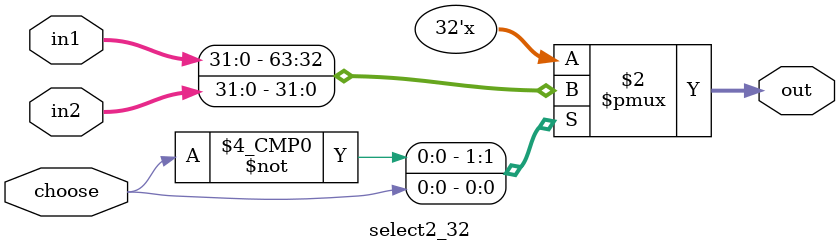
<source format=v>
module select2_32(
input [31:0] in1,
input [31:0] in2,
input choose,
output reg [31:0] out
);
always@(in1 or in2 or choose)
case(choose)
1'b0:out=in1;
1'b1:out=in2;
default:out=32'b0;
endcase
endmodule
</source>
